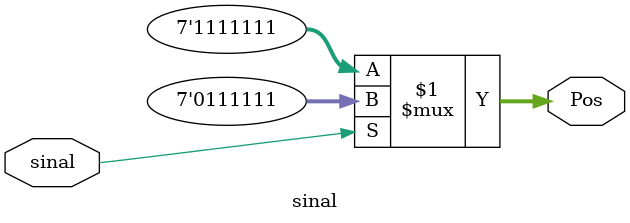
<source format=v>
module sinal( 
    output [6:0] Pos,
    input  sinal
    );
    
	assign Pos  = ( sinal ? ~7'b1000000 : ~7'b0000000);
	
endmodule
</source>
